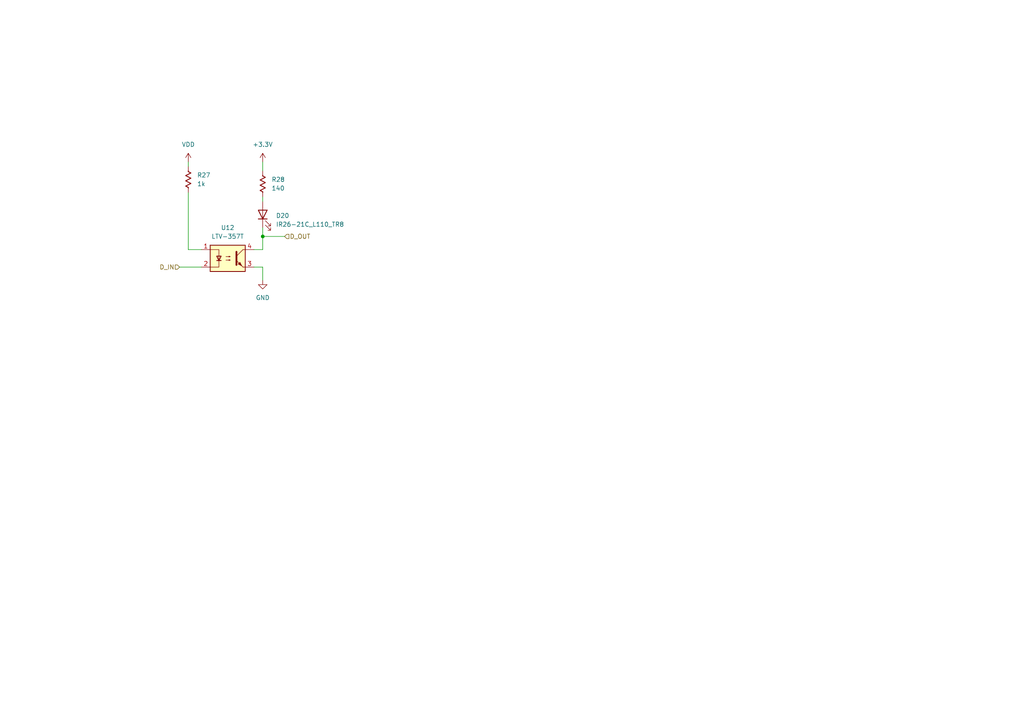
<source format=kicad_sch>
(kicad_sch (version 20250114) (generator "eeschema") (generator_version "9.0")
  (paper "A4")
  (lib_symbols
    (symbol "EasyEDA:+3.3V" (power) (pin_numbers (hide yes)) (pin_names (offset 0) (hide yes))
      (property "Value" "+3.3V" (at 0 3.556 0))
      (symbol "+3.3V_0_1"
        (polyline (pts (xy -0.762 1.27) (xy 0 2.54)))
        (polyline (pts (xy 0 2.54) (xy 0.762 1.27)))
        (polyline (pts (xy 0 0) (xy 0 2.54)))
      )
      (symbol "+3.3V_1_1"
        (pin power_in line (at 0 0 90) (length 0) (name "~") (number "1"))
      )
    )
    (symbol "EasyEDA:GND" (power) (pin_numbers (hide yes)) (pin_names (offset 0) (hide yes))
      (property "Value" "GND" (at 0 -3.81 0))
      (symbol "GND_0_1"
        (polyline (pts (xy 0 0) (xy 0 -1.27) (xy 1.27 -1.27) (xy 0 -2.54) (xy -1.27 -1.27) (xy 0 -1.27)))
      )
      (symbol "GND_1_1"
        (pin power_in line (at 0 0 270) (length 0) (name "~") (number "1"))
      )
    )
    (symbol "EasyEDA:LTV-357T" (pin_names (offset 1.016))
      (property "Reference" "U" (at -5.334 4.826 0))
      (property "Value" "LTV-357T" (at 0 5.08 0))
      (symbol "LTV-357T_0_1"
        (rectangle (start -5.08 3.81) (end 5.08 -3.81) (stroke (width 0.254)) (fill (type background)))
        (polyline (pts (xy -5.08 2.54) (xy -2.54 2.54) (xy -2.54 -0.762)))
        (polyline (pts (xy -3.175 -0.635) (xy -1.905 -0.635)) (stroke (width 0.254)))
        (polyline (pts (xy -2.54 -0.635) (xy -2.54 -2.54) (xy -5.08 -2.54)))
        (polyline (pts (xy -2.54 -0.635) (xy -3.175 0.635) (xy -1.905 0.635) (xy -2.54 -0.635)) (stroke (width 0.254)))
        (polyline (pts (xy -0.508 0.508) (xy 0.762 0.508) (xy 0.381 0.381) (xy 0.381 0.635) (xy 0.762 0.508)))
        (polyline (pts (xy -0.508 -0.508) (xy 0.762 -0.508) (xy 0.381 -0.635) (xy 0.381 -0.381) (xy 0.762 -0.508)))
        (polyline (pts (xy 2.54 1.905) (xy 2.54 -1.905)) (stroke (width 0.508)))
        (polyline (pts (xy 2.54 0.635) (xy 4.445 2.54)))
        (polyline (pts (xy 3.048 -1.651) (xy 3.556 -1.143) (xy 4.064 -2.159) (xy 3.048 -1.651)) (fill (type outline)))
        (polyline (pts (xy 4.445 2.54) (xy 5.08 2.54)))
        (polyline (pts (xy 4.445 -2.54) (xy 2.54 -0.635)) (fill (type outline)))
        (polyline (pts (xy 4.445 -2.54) (xy 5.08 -2.54)))
      )
      (symbol "LTV-357T_1_1"
        (pin passive line (at -7.62 2.54 0) (length 2.54) (name "~") (number "1"))
        (pin passive line (at -7.62 -2.54 0) (length 2.54) (name "~") (number "2"))
        (pin passive line (at 7.62 2.54 180) (length 2.54) (name "~") (number "4"))
        (pin passive line (at 7.62 -2.54 180) (length 2.54) (name "~") (number "3"))
      )
    )
    (symbol "EasyEDA:R_0603" (pin_numbers (hide yes)) (pin_names (offset 0))
      (property "Reference" "R" (at 2.54 1.27 0))
      (property "Value" "R_0603" (at 2.54 -1.27 0))
      (symbol "R_0603_0_1"
        (polyline (pts (xy 0 2.286) (xy 0 2.54)) (stroke (width 0.254)))
        (polyline (pts (xy 0 2.286) (xy 0.762 1.905) (xy -0.762 1.143) (xy 0 0.762) (xy 0.762 0.381) (xy 0 0) (xy -0.762 -0.381) (xy 0 -0.762) (xy 0.762 -1.143) (xy 0 -1.524) (xy -0.762 -1.905) (xy 0 -2.286)) (stroke (width 0.254)))
        (polyline (pts (xy 0 -2.286) (xy 0 -2.54)) (stroke (width 0.254)))
      )
      (symbol "R_0603_0_2"
        (polyline (pts (xy -2.54 -2.54) (xy -1.778 -1.778)))
        (polyline (pts (xy -1.778 -1.778) (xy -1.524 -1.524)) (stroke (width 0.254)))
        (polyline (pts (xy -1.524 -1.524) (xy -1.778 -0.762) (xy -1.016 -1.016)) (stroke (width 0.254)))
        (polyline (pts (xy -0.508 -0.508) (xy -0.762 0.254) (xy 0 0)) (stroke (width 0.254)))
        (polyline (pts (xy -0.508 -0.508) (xy -0.254 -1.27) (xy -1.016 -1.016)) (stroke (width 0.254)))
        (polyline (pts (xy 0.508 0.508) (xy 0.254 1.27) (xy 1.016 1.016)) (stroke (width 0.254)))
        (polyline (pts (xy 0.508 0.508) (xy 0.762 -0.254) (xy 0 0)) (stroke (width 0.254)))
        (polyline (pts (xy 1.524 1.524) (xy 1.778 0.762) (xy 1.016 1.016)) (stroke (width 0.254)))
        (polyline (pts (xy 1.778 1.778) (xy 1.524 1.524)) (stroke (width 0.254)))
        (polyline (pts (xy 1.778 1.778) (xy 2.54 2.54)))
      )
      (symbol "R_0603_1_1"
        (pin passive line (at 0 3.81 270) (length 1.27) (name "~") (number "1"))
        (pin passive line (at 0 -3.81 90) (length 1.27) (name "~") (number "2"))
      )
      (symbol "R_0603_1_2"
        (pin passive line (at -2.54 -2.54 0) (length 0) (name "") (number "2"))
        (pin passive line (at 2.54 2.54 180) (length 0) (name "") (number "1"))
      )
    )
    (symbol "LED:IR26-21C_L110_TR8" (pin_numbers (hide yes)) (pin_names (offset 1.016) (hide yes))
      (property "Reference" "D" (at 0 2.54 0))
      (property "Value" "IR26-21C_L110_TR8" (at 0 -3.81 0))
      (symbol "IR26-21C_L110_TR8_0_1"
        (polyline (pts (xy -3.048 -0.762) (xy -4.572 -2.286) (xy -3.81 -2.286) (xy -4.572 -2.286) (xy -4.572 -1.524)))
        (polyline (pts (xy -1.778 -0.762) (xy -3.302 -2.286) (xy -2.54 -2.286) (xy -3.302 -2.286) (xy -3.302 -1.524)))
        (polyline (pts (xy -1.27 0) (xy 1.27 0)))
        (polyline (pts (xy -1.27 -1.27) (xy -1.27 1.27)) (stroke (width 0.254)))
        (polyline (pts (xy 1.27 -1.27) (xy 1.27 1.27) (xy -1.27 0) (xy 1.27 -1.27)) (stroke (width 0.254)))
      )
      (symbol "IR26-21C_L110_TR8_1_1"
        (pin passive line (at -3.81 0 0) (length 2.54) (name "K") (number "1"))
        (pin passive line (at 3.81 0 180) (length 2.54) (name "A") (number "2"))
      )
    )
    (symbol "power:VDD" (power) (pin_numbers (hide yes)) (pin_names (offset 0) (hide yes))
      (property "Value" "VDD" (at 0 3.556 0))
      (symbol "VDD_0_1"
        (polyline (pts (xy -0.762 1.27) (xy 0 2.54)))
        (polyline (pts (xy 0 2.54) (xy 0.762 1.27)))
        (polyline (pts (xy 0 0) (xy 0 2.54)))
      )
      (symbol "VDD_1_1"
        (pin power_in line (at 0 0 90) (length 0) (name "~") (number "1"))
      )
    )
  )
  (junction (at 76.2 68.58))
  (wire (pts (xy 54.61 46.99) (xy 54.61 48.26)))
  (wire (pts (xy 54.61 55.88) (xy 54.61 72.39)))
  (wire (pts (xy 52.07 77.47) (xy 58.42 77.47)))
  (wire (pts (xy 76.2 46.99) (xy 76.2 49.53)))
  (wire (pts (xy 76.2 57.15) (xy 76.2 58.42)))
  (wire (pts (xy 76.2 66.04) (xy 76.2 68.58)))
  (wire (pts (xy 76.2 77.47) (xy 76.2 81.28)))
  (wire (pts (xy 76.2 72.39) (xy 76.2 68.58)))
  (wire (pts (xy 73.66 72.39) (xy 76.2 72.39)))
  (wire (pts (xy 76.2 68.58) (xy 82.55 68.58)))
  (wire (pts (xy 76.2 77.47) (xy 73.66 77.47)))
  (wire (pts (xy 54.61 72.39) (xy 58.42 72.39)))
  (hierarchical_label "D_OUT" (shape input) (at 82.55 68.58 0))
  (hierarchical_label "D_IN" (shape input) (at 52.07 77.47 180))
  (symbol (lib_id "EasyEDA:R_0603") (at 76.2 53.34 0) (unit 1)
    (property "Reference" "R28" (at 78.74 52.0699 0) (effects (justify left)))
    (property "Value" "140" (at 78.74 54.6099 0) (effects (justify left)))
    (property "Footprint" "PCM_Resistor_SMD_AKL:R_0603_1608Metric" (effects (hide yes)))
    (property "Description" "SMD 0603 Chip Resistor, US Symbol, Alternate KiCad Library" (effects (hide yes)))
    (instances (project "Nivara_PCB" (path "" (reference "R28") (unit 1)) (path "" (reference "R42") (unit 1)) (path "" (reference "R44") (unit 1))))
  )
  (symbol (lib_id "power:VDD") (at 54.61 46.99 0) (unit 1)
    (property "Reference" "#PWR037" (effects (hide yes)))
    (property "Value" "VDD" (at 54.61 41.91 0))
    (property "Description" "Power symbol creates a global label with name \"VDD\"" (effects (hide yes)))
    (instances (project "Nivara_PCB" (path "" (reference "#PWR037") (unit 1)) (path "" (reference "#PWR048") (unit 1)) (path "" (reference "#PWR052") (unit 1))))
  )
  (symbol (lib_id "EasyEDA:GND") (at 76.2 81.28 0) (unit 1)
    (property "Reference" "#PWR050" (effects (hide yes)))
    (property "Value" "GND" (at 76.2 86.36 0))
    (property "Description" "Power symbol creates a global label with name \"GND\" , ground" (effects (hide yes)))
    (instances (project "Nivara_PCB" (path "" (reference "#PWR050") (unit 1)) (path "" (reference "#PWR066") (unit 1)) (path "" (reference "#PWR063") (unit 1))))
  )
  (symbol (lib_id "LED:IR26-21C_L110_TR8") (at 76.2 62.23 90) (unit 1)
    (property "Reference" "D20" (at 80.01 62.5474 90) (effects (justify right)))
    (property "Value" "IR26-21C_L110_TR8" (at 80.01 65.0874 90) (effects (justify right)))
    (property "Footprint" "LED_SMD:LED_1206_3216Metric" (effects (hide yes)))
    (property "Datasheet" "http://www.everlight.com/file/ProductFile/IR26-21C-L110-TR8.pdf" (effects (hide yes)))
    (property "Description" "940nm, 20 deg, Infrared LED, 1206" (effects (hide yes)))
    (instances (project "Nivara_PCB" (path "" (reference "D20") (unit 1)) (path "" (reference "D25") (unit 1)) (path "" (reference "D12") (unit 1))))
  )
  (symbol (lib_id "EasyEDA:LTV-357T") (at 66.04 74.93 0) (unit 1)
    (property "Reference" "U12" (at 66.04 66.04 0))
    (property "Value" "LTV-357T" (at 66.04 68.58 0))
    (property "Footprint" "Package_SO:SO-4_4.4x3.6mm_P2.54mm" (effects (hide yes)))
    (property "Datasheet" "https://www.buerklin.com/medias/sys_master/download/download/h91/ha0/8892020588574.pdf" (effects (hide yes)))
    (property "Description" "DC Optocoupler, Vce 35V, CTR 50%, SO-4" (effects (hide yes)))
    (instances (project "Nivara_PCB" (path "" (reference "U12") (unit 1)) (path "" (reference "U17") (unit 1)) (path "" (reference "U18") (unit 1))))
  )
  (symbol (lib_id "EasyEDA:R_0603") (at 54.61 52.07 0) (unit 1)
    (property "Reference" "R27" (at 57.15 50.7999 0) (effects (justify left)))
    (property "Value" "1k" (at 57.15 53.3399 0) (effects (justify left)))
    (property "Footprint" "PCM_Resistor_SMD_AKL:R_0603_1608Metric" (effects (hide yes)))
    (property "Description" "SMD 0603 Chip Resistor, US Symbol, Alternate KiCad Library" (effects (hide yes)))
    (instances (project "Nivara_PCB" (path "" (reference "R27") (unit 1)) (path "" (reference "R41") (unit 1)) (path "" (reference "R43") (unit 1))))
  )
  (symbol (lib_id "EasyEDA:+3.3V") (at 76.2 46.99 0) (unit 1)
    (property "Reference" "#PWR049" (effects (hide yes)))
    (property "Value" "+3.3V" (at 76.2 41.91 0))
    (property "Description" "Power symbol creates a global label with name \"+3.3V\"" (effects (hide yes)))
    (instances (project "Nivara_PCB" (path "" (reference "#PWR049") (unit 1)) (path "" (reference "#PWR065") (unit 1)) (path "" (reference "#PWR061") (unit 1))))
  )
)
</source>
